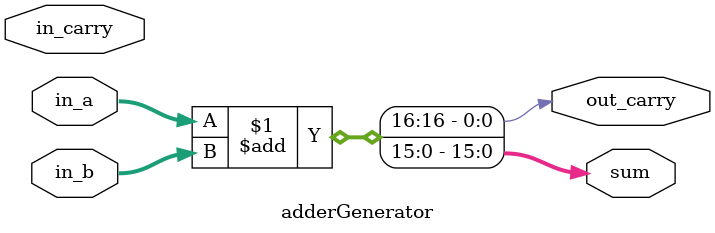
<source format=v>
module adderGenerator #(parameter WIDTH = 16) (
    input [WIDTH -1 : 0] in_a, 
    input [WIDTH -1 : 0] in_b, 
    input in_carry,
    output [WIDTH - 1 : 0] sum,
    output out_carry 
);

    assign {out_carry, sum} = in_a + in_b;
endmodule
</source>
